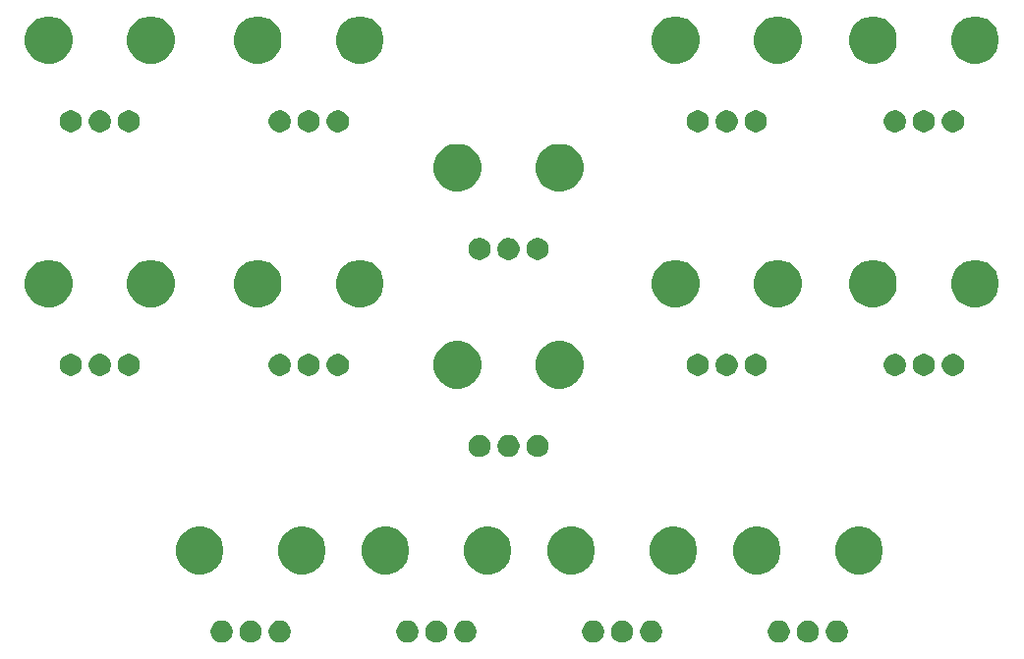
<source format=gbr>
G04 #@! TF.GenerationSoftware,KiCad,Pcbnew,5.0.2-bee76a0~70~ubuntu18.04.1*
G04 #@! TF.CreationDate,2019-12-02T21:24:14-05:00*
G04 #@! TF.ProjectId,control,636f6e74-726f-46c2-9e6b-696361645f70,rev?*
G04 #@! TF.SameCoordinates,Original*
G04 #@! TF.FileFunction,Soldermask,Bot*
G04 #@! TF.FilePolarity,Negative*
%FSLAX46Y46*%
G04 Gerber Fmt 4.6, Leading zero omitted, Abs format (unit mm)*
G04 Created by KiCad (PCBNEW 5.0.2-bee76a0~70~ubuntu18.04.1) date Mon 02 Dec 2019 09:24:14 PM EST*
%MOMM*%
%LPD*%
G01*
G04 APERTURE LIST*
%ADD10C,0.100000*%
G04 APERTURE END LIST*
D10*
G36*
X23577396Y-59085546D02*
X23750466Y-59157234D01*
X23906230Y-59261312D01*
X24038688Y-59393770D01*
X24142766Y-59549534D01*
X24214454Y-59722604D01*
X24251000Y-59906333D01*
X24251000Y-60093667D01*
X24214454Y-60277396D01*
X24142766Y-60450466D01*
X24038688Y-60606230D01*
X23906230Y-60738688D01*
X23750466Y-60842766D01*
X23577396Y-60914454D01*
X23393667Y-60951000D01*
X23206333Y-60951000D01*
X23022604Y-60914454D01*
X22849534Y-60842766D01*
X22693770Y-60738688D01*
X22561312Y-60606230D01*
X22457234Y-60450466D01*
X22385546Y-60277396D01*
X22349000Y-60093667D01*
X22349000Y-59906333D01*
X22385546Y-59722604D01*
X22457234Y-59549534D01*
X22561312Y-59393770D01*
X22693770Y-59261312D01*
X22849534Y-59157234D01*
X23022604Y-59085546D01*
X23206333Y-59049000D01*
X23393667Y-59049000D01*
X23577396Y-59085546D01*
X23577396Y-59085546D01*
G37*
G36*
X26077396Y-59085546D02*
X26250466Y-59157234D01*
X26406230Y-59261312D01*
X26538688Y-59393770D01*
X26642766Y-59549534D01*
X26714454Y-59722604D01*
X26751000Y-59906333D01*
X26751000Y-60093667D01*
X26714454Y-60277396D01*
X26642766Y-60450466D01*
X26538688Y-60606230D01*
X26406230Y-60738688D01*
X26250466Y-60842766D01*
X26077396Y-60914454D01*
X25893667Y-60951000D01*
X25706333Y-60951000D01*
X25522604Y-60914454D01*
X25349534Y-60842766D01*
X25193770Y-60738688D01*
X25061312Y-60606230D01*
X24957234Y-60450466D01*
X24885546Y-60277396D01*
X24849000Y-60093667D01*
X24849000Y-59906333D01*
X24885546Y-59722604D01*
X24957234Y-59549534D01*
X25061312Y-59393770D01*
X25193770Y-59261312D01*
X25349534Y-59157234D01*
X25522604Y-59085546D01*
X25706333Y-59049000D01*
X25893667Y-59049000D01*
X26077396Y-59085546D01*
X26077396Y-59085546D01*
G37*
G36*
X28577396Y-59085546D02*
X28750466Y-59157234D01*
X28906230Y-59261312D01*
X29038688Y-59393770D01*
X29142766Y-59549534D01*
X29214454Y-59722604D01*
X29251000Y-59906333D01*
X29251000Y-60093667D01*
X29214454Y-60277396D01*
X29142766Y-60450466D01*
X29038688Y-60606230D01*
X28906230Y-60738688D01*
X28750466Y-60842766D01*
X28577396Y-60914454D01*
X28393667Y-60951000D01*
X28206333Y-60951000D01*
X28022604Y-60914454D01*
X27849534Y-60842766D01*
X27693770Y-60738688D01*
X27561312Y-60606230D01*
X27457234Y-60450466D01*
X27385546Y-60277396D01*
X27349000Y-60093667D01*
X27349000Y-59906333D01*
X27385546Y-59722604D01*
X27457234Y-59549534D01*
X27561312Y-59393770D01*
X27693770Y-59261312D01*
X27849534Y-59157234D01*
X28022604Y-59085546D01*
X28206333Y-59049000D01*
X28393667Y-59049000D01*
X28577396Y-59085546D01*
X28577396Y-59085546D01*
G37*
G36*
X39577396Y-59085546D02*
X39750466Y-59157234D01*
X39906230Y-59261312D01*
X40038688Y-59393770D01*
X40142766Y-59549534D01*
X40214454Y-59722604D01*
X40251000Y-59906333D01*
X40251000Y-60093667D01*
X40214454Y-60277396D01*
X40142766Y-60450466D01*
X40038688Y-60606230D01*
X39906230Y-60738688D01*
X39750466Y-60842766D01*
X39577396Y-60914454D01*
X39393667Y-60951000D01*
X39206333Y-60951000D01*
X39022604Y-60914454D01*
X38849534Y-60842766D01*
X38693770Y-60738688D01*
X38561312Y-60606230D01*
X38457234Y-60450466D01*
X38385546Y-60277396D01*
X38349000Y-60093667D01*
X38349000Y-59906333D01*
X38385546Y-59722604D01*
X38457234Y-59549534D01*
X38561312Y-59393770D01*
X38693770Y-59261312D01*
X38849534Y-59157234D01*
X39022604Y-59085546D01*
X39206333Y-59049000D01*
X39393667Y-59049000D01*
X39577396Y-59085546D01*
X39577396Y-59085546D01*
G37*
G36*
X42077396Y-59085546D02*
X42250466Y-59157234D01*
X42406230Y-59261312D01*
X42538688Y-59393770D01*
X42642766Y-59549534D01*
X42714454Y-59722604D01*
X42751000Y-59906333D01*
X42751000Y-60093667D01*
X42714454Y-60277396D01*
X42642766Y-60450466D01*
X42538688Y-60606230D01*
X42406230Y-60738688D01*
X42250466Y-60842766D01*
X42077396Y-60914454D01*
X41893667Y-60951000D01*
X41706333Y-60951000D01*
X41522604Y-60914454D01*
X41349534Y-60842766D01*
X41193770Y-60738688D01*
X41061312Y-60606230D01*
X40957234Y-60450466D01*
X40885546Y-60277396D01*
X40849000Y-60093667D01*
X40849000Y-59906333D01*
X40885546Y-59722604D01*
X40957234Y-59549534D01*
X41061312Y-59393770D01*
X41193770Y-59261312D01*
X41349534Y-59157234D01*
X41522604Y-59085546D01*
X41706333Y-59049000D01*
X41893667Y-59049000D01*
X42077396Y-59085546D01*
X42077396Y-59085546D01*
G37*
G36*
X44577396Y-59085546D02*
X44750466Y-59157234D01*
X44906230Y-59261312D01*
X45038688Y-59393770D01*
X45142766Y-59549534D01*
X45214454Y-59722604D01*
X45251000Y-59906333D01*
X45251000Y-60093667D01*
X45214454Y-60277396D01*
X45142766Y-60450466D01*
X45038688Y-60606230D01*
X44906230Y-60738688D01*
X44750466Y-60842766D01*
X44577396Y-60914454D01*
X44393667Y-60951000D01*
X44206333Y-60951000D01*
X44022604Y-60914454D01*
X43849534Y-60842766D01*
X43693770Y-60738688D01*
X43561312Y-60606230D01*
X43457234Y-60450466D01*
X43385546Y-60277396D01*
X43349000Y-60093667D01*
X43349000Y-59906333D01*
X43385546Y-59722604D01*
X43457234Y-59549534D01*
X43561312Y-59393770D01*
X43693770Y-59261312D01*
X43849534Y-59157234D01*
X44022604Y-59085546D01*
X44206333Y-59049000D01*
X44393667Y-59049000D01*
X44577396Y-59085546D01*
X44577396Y-59085546D01*
G37*
G36*
X60577396Y-59085546D02*
X60750466Y-59157234D01*
X60906230Y-59261312D01*
X61038688Y-59393770D01*
X61142766Y-59549534D01*
X61214454Y-59722604D01*
X61251000Y-59906333D01*
X61251000Y-60093667D01*
X61214454Y-60277396D01*
X61142766Y-60450466D01*
X61038688Y-60606230D01*
X60906230Y-60738688D01*
X60750466Y-60842766D01*
X60577396Y-60914454D01*
X60393667Y-60951000D01*
X60206333Y-60951000D01*
X60022604Y-60914454D01*
X59849534Y-60842766D01*
X59693770Y-60738688D01*
X59561312Y-60606230D01*
X59457234Y-60450466D01*
X59385546Y-60277396D01*
X59349000Y-60093667D01*
X59349000Y-59906333D01*
X59385546Y-59722604D01*
X59457234Y-59549534D01*
X59561312Y-59393770D01*
X59693770Y-59261312D01*
X59849534Y-59157234D01*
X60022604Y-59085546D01*
X60206333Y-59049000D01*
X60393667Y-59049000D01*
X60577396Y-59085546D01*
X60577396Y-59085546D01*
G37*
G36*
X58077396Y-59085546D02*
X58250466Y-59157234D01*
X58406230Y-59261312D01*
X58538688Y-59393770D01*
X58642766Y-59549534D01*
X58714454Y-59722604D01*
X58751000Y-59906333D01*
X58751000Y-60093667D01*
X58714454Y-60277396D01*
X58642766Y-60450466D01*
X58538688Y-60606230D01*
X58406230Y-60738688D01*
X58250466Y-60842766D01*
X58077396Y-60914454D01*
X57893667Y-60951000D01*
X57706333Y-60951000D01*
X57522604Y-60914454D01*
X57349534Y-60842766D01*
X57193770Y-60738688D01*
X57061312Y-60606230D01*
X56957234Y-60450466D01*
X56885546Y-60277396D01*
X56849000Y-60093667D01*
X56849000Y-59906333D01*
X56885546Y-59722604D01*
X56957234Y-59549534D01*
X57061312Y-59393770D01*
X57193770Y-59261312D01*
X57349534Y-59157234D01*
X57522604Y-59085546D01*
X57706333Y-59049000D01*
X57893667Y-59049000D01*
X58077396Y-59085546D01*
X58077396Y-59085546D01*
G37*
G36*
X55577396Y-59085546D02*
X55750466Y-59157234D01*
X55906230Y-59261312D01*
X56038688Y-59393770D01*
X56142766Y-59549534D01*
X56214454Y-59722604D01*
X56251000Y-59906333D01*
X56251000Y-60093667D01*
X56214454Y-60277396D01*
X56142766Y-60450466D01*
X56038688Y-60606230D01*
X55906230Y-60738688D01*
X55750466Y-60842766D01*
X55577396Y-60914454D01*
X55393667Y-60951000D01*
X55206333Y-60951000D01*
X55022604Y-60914454D01*
X54849534Y-60842766D01*
X54693770Y-60738688D01*
X54561312Y-60606230D01*
X54457234Y-60450466D01*
X54385546Y-60277396D01*
X54349000Y-60093667D01*
X54349000Y-59906333D01*
X54385546Y-59722604D01*
X54457234Y-59549534D01*
X54561312Y-59393770D01*
X54693770Y-59261312D01*
X54849534Y-59157234D01*
X55022604Y-59085546D01*
X55206333Y-59049000D01*
X55393667Y-59049000D01*
X55577396Y-59085546D01*
X55577396Y-59085546D01*
G37*
G36*
X76577396Y-59085546D02*
X76750466Y-59157234D01*
X76906230Y-59261312D01*
X77038688Y-59393770D01*
X77142766Y-59549534D01*
X77214454Y-59722604D01*
X77251000Y-59906333D01*
X77251000Y-60093667D01*
X77214454Y-60277396D01*
X77142766Y-60450466D01*
X77038688Y-60606230D01*
X76906230Y-60738688D01*
X76750466Y-60842766D01*
X76577396Y-60914454D01*
X76393667Y-60951000D01*
X76206333Y-60951000D01*
X76022604Y-60914454D01*
X75849534Y-60842766D01*
X75693770Y-60738688D01*
X75561312Y-60606230D01*
X75457234Y-60450466D01*
X75385546Y-60277396D01*
X75349000Y-60093667D01*
X75349000Y-59906333D01*
X75385546Y-59722604D01*
X75457234Y-59549534D01*
X75561312Y-59393770D01*
X75693770Y-59261312D01*
X75849534Y-59157234D01*
X76022604Y-59085546D01*
X76206333Y-59049000D01*
X76393667Y-59049000D01*
X76577396Y-59085546D01*
X76577396Y-59085546D01*
G37*
G36*
X71577396Y-59085546D02*
X71750466Y-59157234D01*
X71906230Y-59261312D01*
X72038688Y-59393770D01*
X72142766Y-59549534D01*
X72214454Y-59722604D01*
X72251000Y-59906333D01*
X72251000Y-60093667D01*
X72214454Y-60277396D01*
X72142766Y-60450466D01*
X72038688Y-60606230D01*
X71906230Y-60738688D01*
X71750466Y-60842766D01*
X71577396Y-60914454D01*
X71393667Y-60951000D01*
X71206333Y-60951000D01*
X71022604Y-60914454D01*
X70849534Y-60842766D01*
X70693770Y-60738688D01*
X70561312Y-60606230D01*
X70457234Y-60450466D01*
X70385546Y-60277396D01*
X70349000Y-60093667D01*
X70349000Y-59906333D01*
X70385546Y-59722604D01*
X70457234Y-59549534D01*
X70561312Y-59393770D01*
X70693770Y-59261312D01*
X70849534Y-59157234D01*
X71022604Y-59085546D01*
X71206333Y-59049000D01*
X71393667Y-59049000D01*
X71577396Y-59085546D01*
X71577396Y-59085546D01*
G37*
G36*
X74077396Y-59085546D02*
X74250466Y-59157234D01*
X74406230Y-59261312D01*
X74538688Y-59393770D01*
X74642766Y-59549534D01*
X74714454Y-59722604D01*
X74751000Y-59906333D01*
X74751000Y-60093667D01*
X74714454Y-60277396D01*
X74642766Y-60450466D01*
X74538688Y-60606230D01*
X74406230Y-60738688D01*
X74250466Y-60842766D01*
X74077396Y-60914454D01*
X73893667Y-60951000D01*
X73706333Y-60951000D01*
X73522604Y-60914454D01*
X73349534Y-60842766D01*
X73193770Y-60738688D01*
X73061312Y-60606230D01*
X72957234Y-60450466D01*
X72885546Y-60277396D01*
X72849000Y-60093667D01*
X72849000Y-59906333D01*
X72885546Y-59722604D01*
X72957234Y-59549534D01*
X73061312Y-59393770D01*
X73193770Y-59261312D01*
X73349534Y-59157234D01*
X73522604Y-59085546D01*
X73706333Y-59049000D01*
X73893667Y-59049000D01*
X74077396Y-59085546D01*
X74077396Y-59085546D01*
G37*
G36*
X62798252Y-51027818D02*
X62798254Y-51027819D01*
X62798255Y-51027819D01*
X63171513Y-51182427D01*
X63171514Y-51182428D01*
X63507439Y-51406886D01*
X63793114Y-51692561D01*
X63793116Y-51692564D01*
X64017573Y-52028487D01*
X64172181Y-52401745D01*
X64251000Y-52797994D01*
X64251000Y-53202006D01*
X64172181Y-53598255D01*
X64017573Y-53971513D01*
X64017572Y-53971514D01*
X63793114Y-54307439D01*
X63507439Y-54593114D01*
X63507436Y-54593116D01*
X63171513Y-54817573D01*
X62798255Y-54972181D01*
X62798254Y-54972181D01*
X62798252Y-54972182D01*
X62402007Y-55051000D01*
X61997993Y-55051000D01*
X61601748Y-54972182D01*
X61601746Y-54972181D01*
X61601745Y-54972181D01*
X61228487Y-54817573D01*
X60892564Y-54593116D01*
X60892561Y-54593114D01*
X60606886Y-54307439D01*
X60382428Y-53971514D01*
X60382427Y-53971513D01*
X60227819Y-53598255D01*
X60149000Y-53202006D01*
X60149000Y-52797994D01*
X60227819Y-52401745D01*
X60382427Y-52028487D01*
X60606884Y-51692564D01*
X60606886Y-51692561D01*
X60892561Y-51406886D01*
X61228486Y-51182428D01*
X61228487Y-51182427D01*
X61601745Y-51027819D01*
X61601746Y-51027819D01*
X61601748Y-51027818D01*
X61997993Y-50949000D01*
X62402007Y-50949000D01*
X62798252Y-51027818D01*
X62798252Y-51027818D01*
G37*
G36*
X69998252Y-51027818D02*
X69998254Y-51027819D01*
X69998255Y-51027819D01*
X70371513Y-51182427D01*
X70371514Y-51182428D01*
X70707439Y-51406886D01*
X70993114Y-51692561D01*
X70993116Y-51692564D01*
X71217573Y-52028487D01*
X71372181Y-52401745D01*
X71451000Y-52797994D01*
X71451000Y-53202006D01*
X71372181Y-53598255D01*
X71217573Y-53971513D01*
X71217572Y-53971514D01*
X70993114Y-54307439D01*
X70707439Y-54593114D01*
X70707436Y-54593116D01*
X70371513Y-54817573D01*
X69998255Y-54972181D01*
X69998254Y-54972181D01*
X69998252Y-54972182D01*
X69602007Y-55051000D01*
X69197993Y-55051000D01*
X68801748Y-54972182D01*
X68801746Y-54972181D01*
X68801745Y-54972181D01*
X68428487Y-54817573D01*
X68092564Y-54593116D01*
X68092561Y-54593114D01*
X67806886Y-54307439D01*
X67582428Y-53971514D01*
X67582427Y-53971513D01*
X67427819Y-53598255D01*
X67349000Y-53202006D01*
X67349000Y-52797994D01*
X67427819Y-52401745D01*
X67582427Y-52028487D01*
X67806884Y-51692564D01*
X67806886Y-51692561D01*
X68092561Y-51406886D01*
X68428486Y-51182428D01*
X68428487Y-51182427D01*
X68801745Y-51027819D01*
X68801746Y-51027819D01*
X68801748Y-51027818D01*
X69197993Y-50949000D01*
X69602007Y-50949000D01*
X69998252Y-51027818D01*
X69998252Y-51027818D01*
G37*
G36*
X78798252Y-51027818D02*
X78798254Y-51027819D01*
X78798255Y-51027819D01*
X79171513Y-51182427D01*
X79171514Y-51182428D01*
X79507439Y-51406886D01*
X79793114Y-51692561D01*
X79793116Y-51692564D01*
X80017573Y-52028487D01*
X80172181Y-52401745D01*
X80251000Y-52797994D01*
X80251000Y-53202006D01*
X80172181Y-53598255D01*
X80017573Y-53971513D01*
X80017572Y-53971514D01*
X79793114Y-54307439D01*
X79507439Y-54593114D01*
X79507436Y-54593116D01*
X79171513Y-54817573D01*
X78798255Y-54972181D01*
X78798254Y-54972181D01*
X78798252Y-54972182D01*
X78402007Y-55051000D01*
X77997993Y-55051000D01*
X77601748Y-54972182D01*
X77601746Y-54972181D01*
X77601745Y-54972181D01*
X77228487Y-54817573D01*
X76892564Y-54593116D01*
X76892561Y-54593114D01*
X76606886Y-54307439D01*
X76382428Y-53971514D01*
X76382427Y-53971513D01*
X76227819Y-53598255D01*
X76149000Y-53202006D01*
X76149000Y-52797994D01*
X76227819Y-52401745D01*
X76382427Y-52028487D01*
X76606884Y-51692564D01*
X76606886Y-51692561D01*
X76892561Y-51406886D01*
X77228486Y-51182428D01*
X77228487Y-51182427D01*
X77601745Y-51027819D01*
X77601746Y-51027819D01*
X77601748Y-51027818D01*
X77997993Y-50949000D01*
X78402007Y-50949000D01*
X78798252Y-51027818D01*
X78798252Y-51027818D01*
G37*
G36*
X21998252Y-51027818D02*
X21998254Y-51027819D01*
X21998255Y-51027819D01*
X22371513Y-51182427D01*
X22371514Y-51182428D01*
X22707439Y-51406886D01*
X22993114Y-51692561D01*
X22993116Y-51692564D01*
X23217573Y-52028487D01*
X23372181Y-52401745D01*
X23451000Y-52797994D01*
X23451000Y-53202006D01*
X23372181Y-53598255D01*
X23217573Y-53971513D01*
X23217572Y-53971514D01*
X22993114Y-54307439D01*
X22707439Y-54593114D01*
X22707436Y-54593116D01*
X22371513Y-54817573D01*
X21998255Y-54972181D01*
X21998254Y-54972181D01*
X21998252Y-54972182D01*
X21602007Y-55051000D01*
X21197993Y-55051000D01*
X20801748Y-54972182D01*
X20801746Y-54972181D01*
X20801745Y-54972181D01*
X20428487Y-54817573D01*
X20092564Y-54593116D01*
X20092561Y-54593114D01*
X19806886Y-54307439D01*
X19582428Y-53971514D01*
X19582427Y-53971513D01*
X19427819Y-53598255D01*
X19349000Y-53202006D01*
X19349000Y-52797994D01*
X19427819Y-52401745D01*
X19582427Y-52028487D01*
X19806884Y-51692564D01*
X19806886Y-51692561D01*
X20092561Y-51406886D01*
X20428486Y-51182428D01*
X20428487Y-51182427D01*
X20801745Y-51027819D01*
X20801746Y-51027819D01*
X20801748Y-51027818D01*
X21197993Y-50949000D01*
X21602007Y-50949000D01*
X21998252Y-51027818D01*
X21998252Y-51027818D01*
G37*
G36*
X53998252Y-51027818D02*
X53998254Y-51027819D01*
X53998255Y-51027819D01*
X54371513Y-51182427D01*
X54371514Y-51182428D01*
X54707439Y-51406886D01*
X54993114Y-51692561D01*
X54993116Y-51692564D01*
X55217573Y-52028487D01*
X55372181Y-52401745D01*
X55451000Y-52797994D01*
X55451000Y-53202006D01*
X55372181Y-53598255D01*
X55217573Y-53971513D01*
X55217572Y-53971514D01*
X54993114Y-54307439D01*
X54707439Y-54593114D01*
X54707436Y-54593116D01*
X54371513Y-54817573D01*
X53998255Y-54972181D01*
X53998254Y-54972181D01*
X53998252Y-54972182D01*
X53602007Y-55051000D01*
X53197993Y-55051000D01*
X52801748Y-54972182D01*
X52801746Y-54972181D01*
X52801745Y-54972181D01*
X52428487Y-54817573D01*
X52092564Y-54593116D01*
X52092561Y-54593114D01*
X51806886Y-54307439D01*
X51582428Y-53971514D01*
X51582427Y-53971513D01*
X51427819Y-53598255D01*
X51349000Y-53202006D01*
X51349000Y-52797994D01*
X51427819Y-52401745D01*
X51582427Y-52028487D01*
X51806884Y-51692564D01*
X51806886Y-51692561D01*
X52092561Y-51406886D01*
X52428486Y-51182428D01*
X52428487Y-51182427D01*
X52801745Y-51027819D01*
X52801746Y-51027819D01*
X52801748Y-51027818D01*
X53197993Y-50949000D01*
X53602007Y-50949000D01*
X53998252Y-51027818D01*
X53998252Y-51027818D01*
G37*
G36*
X30798252Y-51027818D02*
X30798254Y-51027819D01*
X30798255Y-51027819D01*
X31171513Y-51182427D01*
X31171514Y-51182428D01*
X31507439Y-51406886D01*
X31793114Y-51692561D01*
X31793116Y-51692564D01*
X32017573Y-52028487D01*
X32172181Y-52401745D01*
X32251000Y-52797994D01*
X32251000Y-53202006D01*
X32172181Y-53598255D01*
X32017573Y-53971513D01*
X32017572Y-53971514D01*
X31793114Y-54307439D01*
X31507439Y-54593114D01*
X31507436Y-54593116D01*
X31171513Y-54817573D01*
X30798255Y-54972181D01*
X30798254Y-54972181D01*
X30798252Y-54972182D01*
X30402007Y-55051000D01*
X29997993Y-55051000D01*
X29601748Y-54972182D01*
X29601746Y-54972181D01*
X29601745Y-54972181D01*
X29228487Y-54817573D01*
X28892564Y-54593116D01*
X28892561Y-54593114D01*
X28606886Y-54307439D01*
X28382428Y-53971514D01*
X28382427Y-53971513D01*
X28227819Y-53598255D01*
X28149000Y-53202006D01*
X28149000Y-52797994D01*
X28227819Y-52401745D01*
X28382427Y-52028487D01*
X28606884Y-51692564D01*
X28606886Y-51692561D01*
X28892561Y-51406886D01*
X29228486Y-51182428D01*
X29228487Y-51182427D01*
X29601745Y-51027819D01*
X29601746Y-51027819D01*
X29601748Y-51027818D01*
X29997993Y-50949000D01*
X30402007Y-50949000D01*
X30798252Y-51027818D01*
X30798252Y-51027818D01*
G37*
G36*
X46798252Y-51027818D02*
X46798254Y-51027819D01*
X46798255Y-51027819D01*
X47171513Y-51182427D01*
X47171514Y-51182428D01*
X47507439Y-51406886D01*
X47793114Y-51692561D01*
X47793116Y-51692564D01*
X48017573Y-52028487D01*
X48172181Y-52401745D01*
X48251000Y-52797994D01*
X48251000Y-53202006D01*
X48172181Y-53598255D01*
X48017573Y-53971513D01*
X48017572Y-53971514D01*
X47793114Y-54307439D01*
X47507439Y-54593114D01*
X47507436Y-54593116D01*
X47171513Y-54817573D01*
X46798255Y-54972181D01*
X46798254Y-54972181D01*
X46798252Y-54972182D01*
X46402007Y-55051000D01*
X45997993Y-55051000D01*
X45601748Y-54972182D01*
X45601746Y-54972181D01*
X45601745Y-54972181D01*
X45228487Y-54817573D01*
X44892564Y-54593116D01*
X44892561Y-54593114D01*
X44606886Y-54307439D01*
X44382428Y-53971514D01*
X44382427Y-53971513D01*
X44227819Y-53598255D01*
X44149000Y-53202006D01*
X44149000Y-52797994D01*
X44227819Y-52401745D01*
X44382427Y-52028487D01*
X44606884Y-51692564D01*
X44606886Y-51692561D01*
X44892561Y-51406886D01*
X45228486Y-51182428D01*
X45228487Y-51182427D01*
X45601745Y-51027819D01*
X45601746Y-51027819D01*
X45601748Y-51027818D01*
X45997993Y-50949000D01*
X46402007Y-50949000D01*
X46798252Y-51027818D01*
X46798252Y-51027818D01*
G37*
G36*
X37998252Y-51027818D02*
X37998254Y-51027819D01*
X37998255Y-51027819D01*
X38371513Y-51182427D01*
X38371514Y-51182428D01*
X38707439Y-51406886D01*
X38993114Y-51692561D01*
X38993116Y-51692564D01*
X39217573Y-52028487D01*
X39372181Y-52401745D01*
X39451000Y-52797994D01*
X39451000Y-53202006D01*
X39372181Y-53598255D01*
X39217573Y-53971513D01*
X39217572Y-53971514D01*
X38993114Y-54307439D01*
X38707439Y-54593114D01*
X38707436Y-54593116D01*
X38371513Y-54817573D01*
X37998255Y-54972181D01*
X37998254Y-54972181D01*
X37998252Y-54972182D01*
X37602007Y-55051000D01*
X37197993Y-55051000D01*
X36801748Y-54972182D01*
X36801746Y-54972181D01*
X36801745Y-54972181D01*
X36428487Y-54817573D01*
X36092564Y-54593116D01*
X36092561Y-54593114D01*
X35806886Y-54307439D01*
X35582428Y-53971514D01*
X35582427Y-53971513D01*
X35427819Y-53598255D01*
X35349000Y-53202006D01*
X35349000Y-52797994D01*
X35427819Y-52401745D01*
X35582427Y-52028487D01*
X35806884Y-51692564D01*
X35806886Y-51692561D01*
X36092561Y-51406886D01*
X36428486Y-51182428D01*
X36428487Y-51182427D01*
X36801745Y-51027819D01*
X36801746Y-51027819D01*
X36801748Y-51027818D01*
X37197993Y-50949000D01*
X37602007Y-50949000D01*
X37998252Y-51027818D01*
X37998252Y-51027818D01*
G37*
G36*
X50777396Y-43085546D02*
X50950466Y-43157234D01*
X51106230Y-43261312D01*
X51238688Y-43393770D01*
X51342766Y-43549534D01*
X51414454Y-43722604D01*
X51451000Y-43906333D01*
X51451000Y-44093667D01*
X51414454Y-44277396D01*
X51342766Y-44450466D01*
X51238688Y-44606230D01*
X51106230Y-44738688D01*
X50950466Y-44842766D01*
X50777396Y-44914454D01*
X50593667Y-44951000D01*
X50406333Y-44951000D01*
X50222604Y-44914454D01*
X50049534Y-44842766D01*
X49893770Y-44738688D01*
X49761312Y-44606230D01*
X49657234Y-44450466D01*
X49585546Y-44277396D01*
X49549000Y-44093667D01*
X49549000Y-43906333D01*
X49585546Y-43722604D01*
X49657234Y-43549534D01*
X49761312Y-43393770D01*
X49893770Y-43261312D01*
X50049534Y-43157234D01*
X50222604Y-43085546D01*
X50406333Y-43049000D01*
X50593667Y-43049000D01*
X50777396Y-43085546D01*
X50777396Y-43085546D01*
G37*
G36*
X48277396Y-43085546D02*
X48450466Y-43157234D01*
X48606230Y-43261312D01*
X48738688Y-43393770D01*
X48842766Y-43549534D01*
X48914454Y-43722604D01*
X48951000Y-43906333D01*
X48951000Y-44093667D01*
X48914454Y-44277396D01*
X48842766Y-44450466D01*
X48738688Y-44606230D01*
X48606230Y-44738688D01*
X48450466Y-44842766D01*
X48277396Y-44914454D01*
X48093667Y-44951000D01*
X47906333Y-44951000D01*
X47722604Y-44914454D01*
X47549534Y-44842766D01*
X47393770Y-44738688D01*
X47261312Y-44606230D01*
X47157234Y-44450466D01*
X47085546Y-44277396D01*
X47049000Y-44093667D01*
X47049000Y-43906333D01*
X47085546Y-43722604D01*
X47157234Y-43549534D01*
X47261312Y-43393770D01*
X47393770Y-43261312D01*
X47549534Y-43157234D01*
X47722604Y-43085546D01*
X47906333Y-43049000D01*
X48093667Y-43049000D01*
X48277396Y-43085546D01*
X48277396Y-43085546D01*
G37*
G36*
X45777396Y-43085546D02*
X45950466Y-43157234D01*
X46106230Y-43261312D01*
X46238688Y-43393770D01*
X46342766Y-43549534D01*
X46414454Y-43722604D01*
X46451000Y-43906333D01*
X46451000Y-44093667D01*
X46414454Y-44277396D01*
X46342766Y-44450466D01*
X46238688Y-44606230D01*
X46106230Y-44738688D01*
X45950466Y-44842766D01*
X45777396Y-44914454D01*
X45593667Y-44951000D01*
X45406333Y-44951000D01*
X45222604Y-44914454D01*
X45049534Y-44842766D01*
X44893770Y-44738688D01*
X44761312Y-44606230D01*
X44657234Y-44450466D01*
X44585546Y-44277396D01*
X44549000Y-44093667D01*
X44549000Y-43906333D01*
X44585546Y-43722604D01*
X44657234Y-43549534D01*
X44761312Y-43393770D01*
X44893770Y-43261312D01*
X45049534Y-43157234D01*
X45222604Y-43085546D01*
X45406333Y-43049000D01*
X45593667Y-43049000D01*
X45777396Y-43085546D01*
X45777396Y-43085546D01*
G37*
G36*
X52998252Y-35027818D02*
X52998254Y-35027819D01*
X52998255Y-35027819D01*
X53371513Y-35182427D01*
X53371514Y-35182428D01*
X53707439Y-35406886D01*
X53993114Y-35692561D01*
X53993116Y-35692564D01*
X54217573Y-36028487D01*
X54372181Y-36401745D01*
X54451000Y-36797994D01*
X54451000Y-37202006D01*
X54372181Y-37598255D01*
X54217573Y-37971513D01*
X54217572Y-37971514D01*
X53993114Y-38307439D01*
X53707439Y-38593114D01*
X53707436Y-38593116D01*
X53371513Y-38817573D01*
X52998255Y-38972181D01*
X52998254Y-38972181D01*
X52998252Y-38972182D01*
X52602007Y-39051000D01*
X52197993Y-39051000D01*
X51801748Y-38972182D01*
X51801746Y-38972181D01*
X51801745Y-38972181D01*
X51428487Y-38817573D01*
X51092564Y-38593116D01*
X51092561Y-38593114D01*
X50806886Y-38307439D01*
X50582428Y-37971514D01*
X50582427Y-37971513D01*
X50427819Y-37598255D01*
X50349000Y-37202006D01*
X50349000Y-36797994D01*
X50427819Y-36401745D01*
X50582427Y-36028487D01*
X50806884Y-35692564D01*
X50806886Y-35692561D01*
X51092561Y-35406886D01*
X51428486Y-35182428D01*
X51428487Y-35182427D01*
X51801745Y-35027819D01*
X51801746Y-35027819D01*
X51801748Y-35027818D01*
X52197993Y-34949000D01*
X52602007Y-34949000D01*
X52998252Y-35027818D01*
X52998252Y-35027818D01*
G37*
G36*
X44198252Y-35027818D02*
X44198254Y-35027819D01*
X44198255Y-35027819D01*
X44571513Y-35182427D01*
X44571514Y-35182428D01*
X44907439Y-35406886D01*
X45193114Y-35692561D01*
X45193116Y-35692564D01*
X45417573Y-36028487D01*
X45572181Y-36401745D01*
X45651000Y-36797994D01*
X45651000Y-37202006D01*
X45572181Y-37598255D01*
X45417573Y-37971513D01*
X45417572Y-37971514D01*
X45193114Y-38307439D01*
X44907439Y-38593114D01*
X44907436Y-38593116D01*
X44571513Y-38817573D01*
X44198255Y-38972181D01*
X44198254Y-38972181D01*
X44198252Y-38972182D01*
X43802007Y-39051000D01*
X43397993Y-39051000D01*
X43001748Y-38972182D01*
X43001746Y-38972181D01*
X43001745Y-38972181D01*
X42628487Y-38817573D01*
X42292564Y-38593116D01*
X42292561Y-38593114D01*
X42006886Y-38307439D01*
X41782428Y-37971514D01*
X41782427Y-37971513D01*
X41627819Y-37598255D01*
X41549000Y-37202006D01*
X41549000Y-36797994D01*
X41627819Y-36401745D01*
X41782427Y-36028487D01*
X42006884Y-35692564D01*
X42006886Y-35692561D01*
X42292561Y-35406886D01*
X42628486Y-35182428D01*
X42628487Y-35182427D01*
X43001745Y-35027819D01*
X43001746Y-35027819D01*
X43001748Y-35027818D01*
X43397993Y-34949000D01*
X43802007Y-34949000D01*
X44198252Y-35027818D01*
X44198252Y-35027818D01*
G37*
G36*
X84077396Y-36085546D02*
X84250466Y-36157234D01*
X84406230Y-36261312D01*
X84538688Y-36393770D01*
X84642766Y-36549534D01*
X84714454Y-36722604D01*
X84751000Y-36906333D01*
X84751000Y-37093667D01*
X84714454Y-37277396D01*
X84642766Y-37450466D01*
X84538688Y-37606230D01*
X84406230Y-37738688D01*
X84250466Y-37842766D01*
X84077396Y-37914454D01*
X83893667Y-37951000D01*
X83706333Y-37951000D01*
X83522604Y-37914454D01*
X83349534Y-37842766D01*
X83193770Y-37738688D01*
X83061312Y-37606230D01*
X82957234Y-37450466D01*
X82885546Y-37277396D01*
X82849000Y-37093667D01*
X82849000Y-36906333D01*
X82885546Y-36722604D01*
X82957234Y-36549534D01*
X83061312Y-36393770D01*
X83193770Y-36261312D01*
X83349534Y-36157234D01*
X83522604Y-36085546D01*
X83706333Y-36049000D01*
X83893667Y-36049000D01*
X84077396Y-36085546D01*
X84077396Y-36085546D01*
G37*
G36*
X86577396Y-36085546D02*
X86750466Y-36157234D01*
X86906230Y-36261312D01*
X87038688Y-36393770D01*
X87142766Y-36549534D01*
X87214454Y-36722604D01*
X87251000Y-36906333D01*
X87251000Y-37093667D01*
X87214454Y-37277396D01*
X87142766Y-37450466D01*
X87038688Y-37606230D01*
X86906230Y-37738688D01*
X86750466Y-37842766D01*
X86577396Y-37914454D01*
X86393667Y-37951000D01*
X86206333Y-37951000D01*
X86022604Y-37914454D01*
X85849534Y-37842766D01*
X85693770Y-37738688D01*
X85561312Y-37606230D01*
X85457234Y-37450466D01*
X85385546Y-37277396D01*
X85349000Y-37093667D01*
X85349000Y-36906333D01*
X85385546Y-36722604D01*
X85457234Y-36549534D01*
X85561312Y-36393770D01*
X85693770Y-36261312D01*
X85849534Y-36157234D01*
X86022604Y-36085546D01*
X86206333Y-36049000D01*
X86393667Y-36049000D01*
X86577396Y-36085546D01*
X86577396Y-36085546D01*
G37*
G36*
X81577396Y-36085546D02*
X81750466Y-36157234D01*
X81906230Y-36261312D01*
X82038688Y-36393770D01*
X82142766Y-36549534D01*
X82214454Y-36722604D01*
X82251000Y-36906333D01*
X82251000Y-37093667D01*
X82214454Y-37277396D01*
X82142766Y-37450466D01*
X82038688Y-37606230D01*
X81906230Y-37738688D01*
X81750466Y-37842766D01*
X81577396Y-37914454D01*
X81393667Y-37951000D01*
X81206333Y-37951000D01*
X81022604Y-37914454D01*
X80849534Y-37842766D01*
X80693770Y-37738688D01*
X80561312Y-37606230D01*
X80457234Y-37450466D01*
X80385546Y-37277396D01*
X80349000Y-37093667D01*
X80349000Y-36906333D01*
X80385546Y-36722604D01*
X80457234Y-36549534D01*
X80561312Y-36393770D01*
X80693770Y-36261312D01*
X80849534Y-36157234D01*
X81022604Y-36085546D01*
X81206333Y-36049000D01*
X81393667Y-36049000D01*
X81577396Y-36085546D01*
X81577396Y-36085546D01*
G37*
G36*
X69577396Y-36085546D02*
X69750466Y-36157234D01*
X69906230Y-36261312D01*
X70038688Y-36393770D01*
X70142766Y-36549534D01*
X70214454Y-36722604D01*
X70251000Y-36906333D01*
X70251000Y-37093667D01*
X70214454Y-37277396D01*
X70142766Y-37450466D01*
X70038688Y-37606230D01*
X69906230Y-37738688D01*
X69750466Y-37842766D01*
X69577396Y-37914454D01*
X69393667Y-37951000D01*
X69206333Y-37951000D01*
X69022604Y-37914454D01*
X68849534Y-37842766D01*
X68693770Y-37738688D01*
X68561312Y-37606230D01*
X68457234Y-37450466D01*
X68385546Y-37277396D01*
X68349000Y-37093667D01*
X68349000Y-36906333D01*
X68385546Y-36722604D01*
X68457234Y-36549534D01*
X68561312Y-36393770D01*
X68693770Y-36261312D01*
X68849534Y-36157234D01*
X69022604Y-36085546D01*
X69206333Y-36049000D01*
X69393667Y-36049000D01*
X69577396Y-36085546D01*
X69577396Y-36085546D01*
G37*
G36*
X67077396Y-36085546D02*
X67250466Y-36157234D01*
X67406230Y-36261312D01*
X67538688Y-36393770D01*
X67642766Y-36549534D01*
X67714454Y-36722604D01*
X67751000Y-36906333D01*
X67751000Y-37093667D01*
X67714454Y-37277396D01*
X67642766Y-37450466D01*
X67538688Y-37606230D01*
X67406230Y-37738688D01*
X67250466Y-37842766D01*
X67077396Y-37914454D01*
X66893667Y-37951000D01*
X66706333Y-37951000D01*
X66522604Y-37914454D01*
X66349534Y-37842766D01*
X66193770Y-37738688D01*
X66061312Y-37606230D01*
X65957234Y-37450466D01*
X65885546Y-37277396D01*
X65849000Y-37093667D01*
X65849000Y-36906333D01*
X65885546Y-36722604D01*
X65957234Y-36549534D01*
X66061312Y-36393770D01*
X66193770Y-36261312D01*
X66349534Y-36157234D01*
X66522604Y-36085546D01*
X66706333Y-36049000D01*
X66893667Y-36049000D01*
X67077396Y-36085546D01*
X67077396Y-36085546D01*
G37*
G36*
X64577396Y-36085546D02*
X64750466Y-36157234D01*
X64906230Y-36261312D01*
X65038688Y-36393770D01*
X65142766Y-36549534D01*
X65214454Y-36722604D01*
X65251000Y-36906333D01*
X65251000Y-37093667D01*
X65214454Y-37277396D01*
X65142766Y-37450466D01*
X65038688Y-37606230D01*
X64906230Y-37738688D01*
X64750466Y-37842766D01*
X64577396Y-37914454D01*
X64393667Y-37951000D01*
X64206333Y-37951000D01*
X64022604Y-37914454D01*
X63849534Y-37842766D01*
X63693770Y-37738688D01*
X63561312Y-37606230D01*
X63457234Y-37450466D01*
X63385546Y-37277396D01*
X63349000Y-37093667D01*
X63349000Y-36906333D01*
X63385546Y-36722604D01*
X63457234Y-36549534D01*
X63561312Y-36393770D01*
X63693770Y-36261312D01*
X63849534Y-36157234D01*
X64022604Y-36085546D01*
X64206333Y-36049000D01*
X64393667Y-36049000D01*
X64577396Y-36085546D01*
X64577396Y-36085546D01*
G37*
G36*
X31077396Y-36085546D02*
X31250466Y-36157234D01*
X31406230Y-36261312D01*
X31538688Y-36393770D01*
X31642766Y-36549534D01*
X31714454Y-36722604D01*
X31751000Y-36906333D01*
X31751000Y-37093667D01*
X31714454Y-37277396D01*
X31642766Y-37450466D01*
X31538688Y-37606230D01*
X31406230Y-37738688D01*
X31250466Y-37842766D01*
X31077396Y-37914454D01*
X30893667Y-37951000D01*
X30706333Y-37951000D01*
X30522604Y-37914454D01*
X30349534Y-37842766D01*
X30193770Y-37738688D01*
X30061312Y-37606230D01*
X29957234Y-37450466D01*
X29885546Y-37277396D01*
X29849000Y-37093667D01*
X29849000Y-36906333D01*
X29885546Y-36722604D01*
X29957234Y-36549534D01*
X30061312Y-36393770D01*
X30193770Y-36261312D01*
X30349534Y-36157234D01*
X30522604Y-36085546D01*
X30706333Y-36049000D01*
X30893667Y-36049000D01*
X31077396Y-36085546D01*
X31077396Y-36085546D01*
G37*
G36*
X13077396Y-36085546D02*
X13250466Y-36157234D01*
X13406230Y-36261312D01*
X13538688Y-36393770D01*
X13642766Y-36549534D01*
X13714454Y-36722604D01*
X13751000Y-36906333D01*
X13751000Y-37093667D01*
X13714454Y-37277396D01*
X13642766Y-37450466D01*
X13538688Y-37606230D01*
X13406230Y-37738688D01*
X13250466Y-37842766D01*
X13077396Y-37914454D01*
X12893667Y-37951000D01*
X12706333Y-37951000D01*
X12522604Y-37914454D01*
X12349534Y-37842766D01*
X12193770Y-37738688D01*
X12061312Y-37606230D01*
X11957234Y-37450466D01*
X11885546Y-37277396D01*
X11849000Y-37093667D01*
X11849000Y-36906333D01*
X11885546Y-36722604D01*
X11957234Y-36549534D01*
X12061312Y-36393770D01*
X12193770Y-36261312D01*
X12349534Y-36157234D01*
X12522604Y-36085546D01*
X12706333Y-36049000D01*
X12893667Y-36049000D01*
X13077396Y-36085546D01*
X13077396Y-36085546D01*
G37*
G36*
X28577396Y-36085546D02*
X28750466Y-36157234D01*
X28906230Y-36261312D01*
X29038688Y-36393770D01*
X29142766Y-36549534D01*
X29214454Y-36722604D01*
X29251000Y-36906333D01*
X29251000Y-37093667D01*
X29214454Y-37277396D01*
X29142766Y-37450466D01*
X29038688Y-37606230D01*
X28906230Y-37738688D01*
X28750466Y-37842766D01*
X28577396Y-37914454D01*
X28393667Y-37951000D01*
X28206333Y-37951000D01*
X28022604Y-37914454D01*
X27849534Y-37842766D01*
X27693770Y-37738688D01*
X27561312Y-37606230D01*
X27457234Y-37450466D01*
X27385546Y-37277396D01*
X27349000Y-37093667D01*
X27349000Y-36906333D01*
X27385546Y-36722604D01*
X27457234Y-36549534D01*
X27561312Y-36393770D01*
X27693770Y-36261312D01*
X27849534Y-36157234D01*
X28022604Y-36085546D01*
X28206333Y-36049000D01*
X28393667Y-36049000D01*
X28577396Y-36085546D01*
X28577396Y-36085546D01*
G37*
G36*
X15577396Y-36085546D02*
X15750466Y-36157234D01*
X15906230Y-36261312D01*
X16038688Y-36393770D01*
X16142766Y-36549534D01*
X16214454Y-36722604D01*
X16251000Y-36906333D01*
X16251000Y-37093667D01*
X16214454Y-37277396D01*
X16142766Y-37450466D01*
X16038688Y-37606230D01*
X15906230Y-37738688D01*
X15750466Y-37842766D01*
X15577396Y-37914454D01*
X15393667Y-37951000D01*
X15206333Y-37951000D01*
X15022604Y-37914454D01*
X14849534Y-37842766D01*
X14693770Y-37738688D01*
X14561312Y-37606230D01*
X14457234Y-37450466D01*
X14385546Y-37277396D01*
X14349000Y-37093667D01*
X14349000Y-36906333D01*
X14385546Y-36722604D01*
X14457234Y-36549534D01*
X14561312Y-36393770D01*
X14693770Y-36261312D01*
X14849534Y-36157234D01*
X15022604Y-36085546D01*
X15206333Y-36049000D01*
X15393667Y-36049000D01*
X15577396Y-36085546D01*
X15577396Y-36085546D01*
G37*
G36*
X10577396Y-36085546D02*
X10750466Y-36157234D01*
X10906230Y-36261312D01*
X11038688Y-36393770D01*
X11142766Y-36549534D01*
X11214454Y-36722604D01*
X11251000Y-36906333D01*
X11251000Y-37093667D01*
X11214454Y-37277396D01*
X11142766Y-37450466D01*
X11038688Y-37606230D01*
X10906230Y-37738688D01*
X10750466Y-37842766D01*
X10577396Y-37914454D01*
X10393667Y-37951000D01*
X10206333Y-37951000D01*
X10022604Y-37914454D01*
X9849534Y-37842766D01*
X9693770Y-37738688D01*
X9561312Y-37606230D01*
X9457234Y-37450466D01*
X9385546Y-37277396D01*
X9349000Y-37093667D01*
X9349000Y-36906333D01*
X9385546Y-36722604D01*
X9457234Y-36549534D01*
X9561312Y-36393770D01*
X9693770Y-36261312D01*
X9849534Y-36157234D01*
X10022604Y-36085546D01*
X10206333Y-36049000D01*
X10393667Y-36049000D01*
X10577396Y-36085546D01*
X10577396Y-36085546D01*
G37*
G36*
X33577396Y-36085546D02*
X33750466Y-36157234D01*
X33906230Y-36261312D01*
X34038688Y-36393770D01*
X34142766Y-36549534D01*
X34214454Y-36722604D01*
X34251000Y-36906333D01*
X34251000Y-37093667D01*
X34214454Y-37277396D01*
X34142766Y-37450466D01*
X34038688Y-37606230D01*
X33906230Y-37738688D01*
X33750466Y-37842766D01*
X33577396Y-37914454D01*
X33393667Y-37951000D01*
X33206333Y-37951000D01*
X33022604Y-37914454D01*
X32849534Y-37842766D01*
X32693770Y-37738688D01*
X32561312Y-37606230D01*
X32457234Y-37450466D01*
X32385546Y-37277396D01*
X32349000Y-37093667D01*
X32349000Y-36906333D01*
X32385546Y-36722604D01*
X32457234Y-36549534D01*
X32561312Y-36393770D01*
X32693770Y-36261312D01*
X32849534Y-36157234D01*
X33022604Y-36085546D01*
X33206333Y-36049000D01*
X33393667Y-36049000D01*
X33577396Y-36085546D01*
X33577396Y-36085546D01*
G37*
G36*
X62998252Y-28027818D02*
X62998254Y-28027819D01*
X62998255Y-28027819D01*
X63371513Y-28182427D01*
X63371514Y-28182428D01*
X63707439Y-28406886D01*
X63993114Y-28692561D01*
X63993116Y-28692564D01*
X64217573Y-29028487D01*
X64372181Y-29401745D01*
X64451000Y-29797994D01*
X64451000Y-30202006D01*
X64372181Y-30598255D01*
X64217573Y-30971513D01*
X64217572Y-30971514D01*
X63993114Y-31307439D01*
X63707439Y-31593114D01*
X63707436Y-31593116D01*
X63371513Y-31817573D01*
X62998255Y-31972181D01*
X62998254Y-31972181D01*
X62998252Y-31972182D01*
X62602007Y-32051000D01*
X62197993Y-32051000D01*
X61801748Y-31972182D01*
X61801746Y-31972181D01*
X61801745Y-31972181D01*
X61428487Y-31817573D01*
X61092564Y-31593116D01*
X61092561Y-31593114D01*
X60806886Y-31307439D01*
X60582428Y-30971514D01*
X60582427Y-30971513D01*
X60427819Y-30598255D01*
X60349000Y-30202006D01*
X60349000Y-29797994D01*
X60427819Y-29401745D01*
X60582427Y-29028487D01*
X60806884Y-28692564D01*
X60806886Y-28692561D01*
X61092561Y-28406886D01*
X61428486Y-28182428D01*
X61428487Y-28182427D01*
X61801745Y-28027819D01*
X61801746Y-28027819D01*
X61801748Y-28027818D01*
X62197993Y-27949000D01*
X62602007Y-27949000D01*
X62998252Y-28027818D01*
X62998252Y-28027818D01*
G37*
G36*
X17798252Y-28027818D02*
X17798254Y-28027819D01*
X17798255Y-28027819D01*
X18171513Y-28182427D01*
X18171514Y-28182428D01*
X18507439Y-28406886D01*
X18793114Y-28692561D01*
X18793116Y-28692564D01*
X19017573Y-29028487D01*
X19172181Y-29401745D01*
X19251000Y-29797994D01*
X19251000Y-30202006D01*
X19172181Y-30598255D01*
X19017573Y-30971513D01*
X19017572Y-30971514D01*
X18793114Y-31307439D01*
X18507439Y-31593114D01*
X18507436Y-31593116D01*
X18171513Y-31817573D01*
X17798255Y-31972181D01*
X17798254Y-31972181D01*
X17798252Y-31972182D01*
X17402007Y-32051000D01*
X16997993Y-32051000D01*
X16601748Y-31972182D01*
X16601746Y-31972181D01*
X16601745Y-31972181D01*
X16228487Y-31817573D01*
X15892564Y-31593116D01*
X15892561Y-31593114D01*
X15606886Y-31307439D01*
X15382428Y-30971514D01*
X15382427Y-30971513D01*
X15227819Y-30598255D01*
X15149000Y-30202006D01*
X15149000Y-29797994D01*
X15227819Y-29401745D01*
X15382427Y-29028487D01*
X15606884Y-28692564D01*
X15606886Y-28692561D01*
X15892561Y-28406886D01*
X16228486Y-28182428D01*
X16228487Y-28182427D01*
X16601745Y-28027819D01*
X16601746Y-28027819D01*
X16601748Y-28027818D01*
X16997993Y-27949000D01*
X17402007Y-27949000D01*
X17798252Y-28027818D01*
X17798252Y-28027818D01*
G37*
G36*
X71798252Y-28027818D02*
X71798254Y-28027819D01*
X71798255Y-28027819D01*
X72171513Y-28182427D01*
X72171514Y-28182428D01*
X72507439Y-28406886D01*
X72793114Y-28692561D01*
X72793116Y-28692564D01*
X73017573Y-29028487D01*
X73172181Y-29401745D01*
X73251000Y-29797994D01*
X73251000Y-30202006D01*
X73172181Y-30598255D01*
X73017573Y-30971513D01*
X73017572Y-30971514D01*
X72793114Y-31307439D01*
X72507439Y-31593114D01*
X72507436Y-31593116D01*
X72171513Y-31817573D01*
X71798255Y-31972181D01*
X71798254Y-31972181D01*
X71798252Y-31972182D01*
X71402007Y-32051000D01*
X70997993Y-32051000D01*
X70601748Y-31972182D01*
X70601746Y-31972181D01*
X70601745Y-31972181D01*
X70228487Y-31817573D01*
X69892564Y-31593116D01*
X69892561Y-31593114D01*
X69606886Y-31307439D01*
X69382428Y-30971514D01*
X69382427Y-30971513D01*
X69227819Y-30598255D01*
X69149000Y-30202006D01*
X69149000Y-29797994D01*
X69227819Y-29401745D01*
X69382427Y-29028487D01*
X69606884Y-28692564D01*
X69606886Y-28692561D01*
X69892561Y-28406886D01*
X70228486Y-28182428D01*
X70228487Y-28182427D01*
X70601745Y-28027819D01*
X70601746Y-28027819D01*
X70601748Y-28027818D01*
X70997993Y-27949000D01*
X71402007Y-27949000D01*
X71798252Y-28027818D01*
X71798252Y-28027818D01*
G37*
G36*
X35798252Y-28027818D02*
X35798254Y-28027819D01*
X35798255Y-28027819D01*
X36171513Y-28182427D01*
X36171514Y-28182428D01*
X36507439Y-28406886D01*
X36793114Y-28692561D01*
X36793116Y-28692564D01*
X37017573Y-29028487D01*
X37172181Y-29401745D01*
X37251000Y-29797994D01*
X37251000Y-30202006D01*
X37172181Y-30598255D01*
X37017573Y-30971513D01*
X37017572Y-30971514D01*
X36793114Y-31307439D01*
X36507439Y-31593114D01*
X36507436Y-31593116D01*
X36171513Y-31817573D01*
X35798255Y-31972181D01*
X35798254Y-31972181D01*
X35798252Y-31972182D01*
X35402007Y-32051000D01*
X34997993Y-32051000D01*
X34601748Y-31972182D01*
X34601746Y-31972181D01*
X34601745Y-31972181D01*
X34228487Y-31817573D01*
X33892564Y-31593116D01*
X33892561Y-31593114D01*
X33606886Y-31307439D01*
X33382428Y-30971514D01*
X33382427Y-30971513D01*
X33227819Y-30598255D01*
X33149000Y-30202006D01*
X33149000Y-29797994D01*
X33227819Y-29401745D01*
X33382427Y-29028487D01*
X33606884Y-28692564D01*
X33606886Y-28692561D01*
X33892561Y-28406886D01*
X34228486Y-28182428D01*
X34228487Y-28182427D01*
X34601745Y-28027819D01*
X34601746Y-28027819D01*
X34601748Y-28027818D01*
X34997993Y-27949000D01*
X35402007Y-27949000D01*
X35798252Y-28027818D01*
X35798252Y-28027818D01*
G37*
G36*
X88798252Y-28027818D02*
X88798254Y-28027819D01*
X88798255Y-28027819D01*
X89171513Y-28182427D01*
X89171514Y-28182428D01*
X89507439Y-28406886D01*
X89793114Y-28692561D01*
X89793116Y-28692564D01*
X90017573Y-29028487D01*
X90172181Y-29401745D01*
X90251000Y-29797994D01*
X90251000Y-30202006D01*
X90172181Y-30598255D01*
X90017573Y-30971513D01*
X90017572Y-30971514D01*
X89793114Y-31307439D01*
X89507439Y-31593114D01*
X89507436Y-31593116D01*
X89171513Y-31817573D01*
X88798255Y-31972181D01*
X88798254Y-31972181D01*
X88798252Y-31972182D01*
X88402007Y-32051000D01*
X87997993Y-32051000D01*
X87601748Y-31972182D01*
X87601746Y-31972181D01*
X87601745Y-31972181D01*
X87228487Y-31817573D01*
X86892564Y-31593116D01*
X86892561Y-31593114D01*
X86606886Y-31307439D01*
X86382428Y-30971514D01*
X86382427Y-30971513D01*
X86227819Y-30598255D01*
X86149000Y-30202006D01*
X86149000Y-29797994D01*
X86227819Y-29401745D01*
X86382427Y-29028487D01*
X86606884Y-28692564D01*
X86606886Y-28692561D01*
X86892561Y-28406886D01*
X87228486Y-28182428D01*
X87228487Y-28182427D01*
X87601745Y-28027819D01*
X87601746Y-28027819D01*
X87601748Y-28027818D01*
X87997993Y-27949000D01*
X88402007Y-27949000D01*
X88798252Y-28027818D01*
X88798252Y-28027818D01*
G37*
G36*
X79998252Y-28027818D02*
X79998254Y-28027819D01*
X79998255Y-28027819D01*
X80371513Y-28182427D01*
X80371514Y-28182428D01*
X80707439Y-28406886D01*
X80993114Y-28692561D01*
X80993116Y-28692564D01*
X81217573Y-29028487D01*
X81372181Y-29401745D01*
X81451000Y-29797994D01*
X81451000Y-30202006D01*
X81372181Y-30598255D01*
X81217573Y-30971513D01*
X81217572Y-30971514D01*
X80993114Y-31307439D01*
X80707439Y-31593114D01*
X80707436Y-31593116D01*
X80371513Y-31817573D01*
X79998255Y-31972181D01*
X79998254Y-31972181D01*
X79998252Y-31972182D01*
X79602007Y-32051000D01*
X79197993Y-32051000D01*
X78801748Y-31972182D01*
X78801746Y-31972181D01*
X78801745Y-31972181D01*
X78428487Y-31817573D01*
X78092564Y-31593116D01*
X78092561Y-31593114D01*
X77806886Y-31307439D01*
X77582428Y-30971514D01*
X77582427Y-30971513D01*
X77427819Y-30598255D01*
X77349000Y-30202006D01*
X77349000Y-29797994D01*
X77427819Y-29401745D01*
X77582427Y-29028487D01*
X77806884Y-28692564D01*
X77806886Y-28692561D01*
X78092561Y-28406886D01*
X78428486Y-28182428D01*
X78428487Y-28182427D01*
X78801745Y-28027819D01*
X78801746Y-28027819D01*
X78801748Y-28027818D01*
X79197993Y-27949000D01*
X79602007Y-27949000D01*
X79998252Y-28027818D01*
X79998252Y-28027818D01*
G37*
G36*
X8998252Y-28027818D02*
X8998254Y-28027819D01*
X8998255Y-28027819D01*
X9371513Y-28182427D01*
X9371514Y-28182428D01*
X9707439Y-28406886D01*
X9993114Y-28692561D01*
X9993116Y-28692564D01*
X10217573Y-29028487D01*
X10372181Y-29401745D01*
X10451000Y-29797994D01*
X10451000Y-30202006D01*
X10372181Y-30598255D01*
X10217573Y-30971513D01*
X10217572Y-30971514D01*
X9993114Y-31307439D01*
X9707439Y-31593114D01*
X9707436Y-31593116D01*
X9371513Y-31817573D01*
X8998255Y-31972181D01*
X8998254Y-31972181D01*
X8998252Y-31972182D01*
X8602007Y-32051000D01*
X8197993Y-32051000D01*
X7801748Y-31972182D01*
X7801746Y-31972181D01*
X7801745Y-31972181D01*
X7428487Y-31817573D01*
X7092564Y-31593116D01*
X7092561Y-31593114D01*
X6806886Y-31307439D01*
X6582428Y-30971514D01*
X6582427Y-30971513D01*
X6427819Y-30598255D01*
X6349000Y-30202006D01*
X6349000Y-29797994D01*
X6427819Y-29401745D01*
X6582427Y-29028487D01*
X6806884Y-28692564D01*
X6806886Y-28692561D01*
X7092561Y-28406886D01*
X7428486Y-28182428D01*
X7428487Y-28182427D01*
X7801745Y-28027819D01*
X7801746Y-28027819D01*
X7801748Y-28027818D01*
X8197993Y-27949000D01*
X8602007Y-27949000D01*
X8998252Y-28027818D01*
X8998252Y-28027818D01*
G37*
G36*
X26998252Y-28027818D02*
X26998254Y-28027819D01*
X26998255Y-28027819D01*
X27371513Y-28182427D01*
X27371514Y-28182428D01*
X27707439Y-28406886D01*
X27993114Y-28692561D01*
X27993116Y-28692564D01*
X28217573Y-29028487D01*
X28372181Y-29401745D01*
X28451000Y-29797994D01*
X28451000Y-30202006D01*
X28372181Y-30598255D01*
X28217573Y-30971513D01*
X28217572Y-30971514D01*
X27993114Y-31307439D01*
X27707439Y-31593114D01*
X27707436Y-31593116D01*
X27371513Y-31817573D01*
X26998255Y-31972181D01*
X26998254Y-31972181D01*
X26998252Y-31972182D01*
X26602007Y-32051000D01*
X26197993Y-32051000D01*
X25801748Y-31972182D01*
X25801746Y-31972181D01*
X25801745Y-31972181D01*
X25428487Y-31817573D01*
X25092564Y-31593116D01*
X25092561Y-31593114D01*
X24806886Y-31307439D01*
X24582428Y-30971514D01*
X24582427Y-30971513D01*
X24427819Y-30598255D01*
X24349000Y-30202006D01*
X24349000Y-29797994D01*
X24427819Y-29401745D01*
X24582427Y-29028487D01*
X24806884Y-28692564D01*
X24806886Y-28692561D01*
X25092561Y-28406886D01*
X25428486Y-28182428D01*
X25428487Y-28182427D01*
X25801745Y-28027819D01*
X25801746Y-28027819D01*
X25801748Y-28027818D01*
X26197993Y-27949000D01*
X26602007Y-27949000D01*
X26998252Y-28027818D01*
X26998252Y-28027818D01*
G37*
G36*
X50777396Y-26085546D02*
X50950466Y-26157234D01*
X51106230Y-26261312D01*
X51238688Y-26393770D01*
X51342766Y-26549534D01*
X51414454Y-26722604D01*
X51451000Y-26906333D01*
X51451000Y-27093667D01*
X51414454Y-27277396D01*
X51342766Y-27450466D01*
X51238688Y-27606230D01*
X51106230Y-27738688D01*
X50950466Y-27842766D01*
X50777396Y-27914454D01*
X50593667Y-27951000D01*
X50406333Y-27951000D01*
X50222604Y-27914454D01*
X50049534Y-27842766D01*
X49893770Y-27738688D01*
X49761312Y-27606230D01*
X49657234Y-27450466D01*
X49585546Y-27277396D01*
X49549000Y-27093667D01*
X49549000Y-26906333D01*
X49585546Y-26722604D01*
X49657234Y-26549534D01*
X49761312Y-26393770D01*
X49893770Y-26261312D01*
X50049534Y-26157234D01*
X50222604Y-26085546D01*
X50406333Y-26049000D01*
X50593667Y-26049000D01*
X50777396Y-26085546D01*
X50777396Y-26085546D01*
G37*
G36*
X45777396Y-26085546D02*
X45950466Y-26157234D01*
X46106230Y-26261312D01*
X46238688Y-26393770D01*
X46342766Y-26549534D01*
X46414454Y-26722604D01*
X46451000Y-26906333D01*
X46451000Y-27093667D01*
X46414454Y-27277396D01*
X46342766Y-27450466D01*
X46238688Y-27606230D01*
X46106230Y-27738688D01*
X45950466Y-27842766D01*
X45777396Y-27914454D01*
X45593667Y-27951000D01*
X45406333Y-27951000D01*
X45222604Y-27914454D01*
X45049534Y-27842766D01*
X44893770Y-27738688D01*
X44761312Y-27606230D01*
X44657234Y-27450466D01*
X44585546Y-27277396D01*
X44549000Y-27093667D01*
X44549000Y-26906333D01*
X44585546Y-26722604D01*
X44657234Y-26549534D01*
X44761312Y-26393770D01*
X44893770Y-26261312D01*
X45049534Y-26157234D01*
X45222604Y-26085546D01*
X45406333Y-26049000D01*
X45593667Y-26049000D01*
X45777396Y-26085546D01*
X45777396Y-26085546D01*
G37*
G36*
X48277396Y-26085546D02*
X48450466Y-26157234D01*
X48606230Y-26261312D01*
X48738688Y-26393770D01*
X48842766Y-26549534D01*
X48914454Y-26722604D01*
X48951000Y-26906333D01*
X48951000Y-27093667D01*
X48914454Y-27277396D01*
X48842766Y-27450466D01*
X48738688Y-27606230D01*
X48606230Y-27738688D01*
X48450466Y-27842766D01*
X48277396Y-27914454D01*
X48093667Y-27951000D01*
X47906333Y-27951000D01*
X47722604Y-27914454D01*
X47549534Y-27842766D01*
X47393770Y-27738688D01*
X47261312Y-27606230D01*
X47157234Y-27450466D01*
X47085546Y-27277396D01*
X47049000Y-27093667D01*
X47049000Y-26906333D01*
X47085546Y-26722604D01*
X47157234Y-26549534D01*
X47261312Y-26393770D01*
X47393770Y-26261312D01*
X47549534Y-26157234D01*
X47722604Y-26085546D01*
X47906333Y-26049000D01*
X48093667Y-26049000D01*
X48277396Y-26085546D01*
X48277396Y-26085546D01*
G37*
G36*
X44198252Y-18027818D02*
X44198254Y-18027819D01*
X44198255Y-18027819D01*
X44571513Y-18182427D01*
X44571514Y-18182428D01*
X44907439Y-18406886D01*
X45193114Y-18692561D01*
X45193116Y-18692564D01*
X45417573Y-19028487D01*
X45572181Y-19401745D01*
X45651000Y-19797994D01*
X45651000Y-20202006D01*
X45572181Y-20598255D01*
X45417573Y-20971513D01*
X45417572Y-20971514D01*
X45193114Y-21307439D01*
X44907439Y-21593114D01*
X44907436Y-21593116D01*
X44571513Y-21817573D01*
X44198255Y-21972181D01*
X44198254Y-21972181D01*
X44198252Y-21972182D01*
X43802007Y-22051000D01*
X43397993Y-22051000D01*
X43001748Y-21972182D01*
X43001746Y-21972181D01*
X43001745Y-21972181D01*
X42628487Y-21817573D01*
X42292564Y-21593116D01*
X42292561Y-21593114D01*
X42006886Y-21307439D01*
X41782428Y-20971514D01*
X41782427Y-20971513D01*
X41627819Y-20598255D01*
X41549000Y-20202006D01*
X41549000Y-19797994D01*
X41627819Y-19401745D01*
X41782427Y-19028487D01*
X42006884Y-18692564D01*
X42006886Y-18692561D01*
X42292561Y-18406886D01*
X42628486Y-18182428D01*
X42628487Y-18182427D01*
X43001745Y-18027819D01*
X43001746Y-18027819D01*
X43001748Y-18027818D01*
X43397993Y-17949000D01*
X43802007Y-17949000D01*
X44198252Y-18027818D01*
X44198252Y-18027818D01*
G37*
G36*
X52998252Y-18027818D02*
X52998254Y-18027819D01*
X52998255Y-18027819D01*
X53371513Y-18182427D01*
X53371514Y-18182428D01*
X53707439Y-18406886D01*
X53993114Y-18692561D01*
X53993116Y-18692564D01*
X54217573Y-19028487D01*
X54372181Y-19401745D01*
X54451000Y-19797994D01*
X54451000Y-20202006D01*
X54372181Y-20598255D01*
X54217573Y-20971513D01*
X54217572Y-20971514D01*
X53993114Y-21307439D01*
X53707439Y-21593114D01*
X53707436Y-21593116D01*
X53371513Y-21817573D01*
X52998255Y-21972181D01*
X52998254Y-21972181D01*
X52998252Y-21972182D01*
X52602007Y-22051000D01*
X52197993Y-22051000D01*
X51801748Y-21972182D01*
X51801746Y-21972181D01*
X51801745Y-21972181D01*
X51428487Y-21817573D01*
X51092564Y-21593116D01*
X51092561Y-21593114D01*
X50806886Y-21307439D01*
X50582428Y-20971514D01*
X50582427Y-20971513D01*
X50427819Y-20598255D01*
X50349000Y-20202006D01*
X50349000Y-19797994D01*
X50427819Y-19401745D01*
X50582427Y-19028487D01*
X50806884Y-18692564D01*
X50806886Y-18692561D01*
X51092561Y-18406886D01*
X51428486Y-18182428D01*
X51428487Y-18182427D01*
X51801745Y-18027819D01*
X51801746Y-18027819D01*
X51801748Y-18027818D01*
X52197993Y-17949000D01*
X52602007Y-17949000D01*
X52998252Y-18027818D01*
X52998252Y-18027818D01*
G37*
G36*
X67077396Y-15085546D02*
X67250466Y-15157234D01*
X67406230Y-15261312D01*
X67538688Y-15393770D01*
X67642766Y-15549534D01*
X67714454Y-15722604D01*
X67751000Y-15906333D01*
X67751000Y-16093667D01*
X67714454Y-16277396D01*
X67642766Y-16450466D01*
X67538688Y-16606230D01*
X67406230Y-16738688D01*
X67250466Y-16842766D01*
X67077396Y-16914454D01*
X66893667Y-16951000D01*
X66706333Y-16951000D01*
X66522604Y-16914454D01*
X66349534Y-16842766D01*
X66193770Y-16738688D01*
X66061312Y-16606230D01*
X65957234Y-16450466D01*
X65885546Y-16277396D01*
X65849000Y-16093667D01*
X65849000Y-15906333D01*
X65885546Y-15722604D01*
X65957234Y-15549534D01*
X66061312Y-15393770D01*
X66193770Y-15261312D01*
X66349534Y-15157234D01*
X66522604Y-15085546D01*
X66706333Y-15049000D01*
X66893667Y-15049000D01*
X67077396Y-15085546D01*
X67077396Y-15085546D01*
G37*
G36*
X13077396Y-15085546D02*
X13250466Y-15157234D01*
X13406230Y-15261312D01*
X13538688Y-15393770D01*
X13642766Y-15549534D01*
X13714454Y-15722604D01*
X13751000Y-15906333D01*
X13751000Y-16093667D01*
X13714454Y-16277396D01*
X13642766Y-16450466D01*
X13538688Y-16606230D01*
X13406230Y-16738688D01*
X13250466Y-16842766D01*
X13077396Y-16914454D01*
X12893667Y-16951000D01*
X12706333Y-16951000D01*
X12522604Y-16914454D01*
X12349534Y-16842766D01*
X12193770Y-16738688D01*
X12061312Y-16606230D01*
X11957234Y-16450466D01*
X11885546Y-16277396D01*
X11849000Y-16093667D01*
X11849000Y-15906333D01*
X11885546Y-15722604D01*
X11957234Y-15549534D01*
X12061312Y-15393770D01*
X12193770Y-15261312D01*
X12349534Y-15157234D01*
X12522604Y-15085546D01*
X12706333Y-15049000D01*
X12893667Y-15049000D01*
X13077396Y-15085546D01*
X13077396Y-15085546D01*
G37*
G36*
X10577396Y-15085546D02*
X10750466Y-15157234D01*
X10906230Y-15261312D01*
X11038688Y-15393770D01*
X11142766Y-15549534D01*
X11214454Y-15722604D01*
X11251000Y-15906333D01*
X11251000Y-16093667D01*
X11214454Y-16277396D01*
X11142766Y-16450466D01*
X11038688Y-16606230D01*
X10906230Y-16738688D01*
X10750466Y-16842766D01*
X10577396Y-16914454D01*
X10393667Y-16951000D01*
X10206333Y-16951000D01*
X10022604Y-16914454D01*
X9849534Y-16842766D01*
X9693770Y-16738688D01*
X9561312Y-16606230D01*
X9457234Y-16450466D01*
X9385546Y-16277396D01*
X9349000Y-16093667D01*
X9349000Y-15906333D01*
X9385546Y-15722604D01*
X9457234Y-15549534D01*
X9561312Y-15393770D01*
X9693770Y-15261312D01*
X9849534Y-15157234D01*
X10022604Y-15085546D01*
X10206333Y-15049000D01*
X10393667Y-15049000D01*
X10577396Y-15085546D01*
X10577396Y-15085546D01*
G37*
G36*
X86577396Y-15085546D02*
X86750466Y-15157234D01*
X86906230Y-15261312D01*
X87038688Y-15393770D01*
X87142766Y-15549534D01*
X87214454Y-15722604D01*
X87251000Y-15906333D01*
X87251000Y-16093667D01*
X87214454Y-16277396D01*
X87142766Y-16450466D01*
X87038688Y-16606230D01*
X86906230Y-16738688D01*
X86750466Y-16842766D01*
X86577396Y-16914454D01*
X86393667Y-16951000D01*
X86206333Y-16951000D01*
X86022604Y-16914454D01*
X85849534Y-16842766D01*
X85693770Y-16738688D01*
X85561312Y-16606230D01*
X85457234Y-16450466D01*
X85385546Y-16277396D01*
X85349000Y-16093667D01*
X85349000Y-15906333D01*
X85385546Y-15722604D01*
X85457234Y-15549534D01*
X85561312Y-15393770D01*
X85693770Y-15261312D01*
X85849534Y-15157234D01*
X86022604Y-15085546D01*
X86206333Y-15049000D01*
X86393667Y-15049000D01*
X86577396Y-15085546D01*
X86577396Y-15085546D01*
G37*
G36*
X84077396Y-15085546D02*
X84250466Y-15157234D01*
X84406230Y-15261312D01*
X84538688Y-15393770D01*
X84642766Y-15549534D01*
X84714454Y-15722604D01*
X84751000Y-15906333D01*
X84751000Y-16093667D01*
X84714454Y-16277396D01*
X84642766Y-16450466D01*
X84538688Y-16606230D01*
X84406230Y-16738688D01*
X84250466Y-16842766D01*
X84077396Y-16914454D01*
X83893667Y-16951000D01*
X83706333Y-16951000D01*
X83522604Y-16914454D01*
X83349534Y-16842766D01*
X83193770Y-16738688D01*
X83061312Y-16606230D01*
X82957234Y-16450466D01*
X82885546Y-16277396D01*
X82849000Y-16093667D01*
X82849000Y-15906333D01*
X82885546Y-15722604D01*
X82957234Y-15549534D01*
X83061312Y-15393770D01*
X83193770Y-15261312D01*
X83349534Y-15157234D01*
X83522604Y-15085546D01*
X83706333Y-15049000D01*
X83893667Y-15049000D01*
X84077396Y-15085546D01*
X84077396Y-15085546D01*
G37*
G36*
X81577396Y-15085546D02*
X81750466Y-15157234D01*
X81906230Y-15261312D01*
X82038688Y-15393770D01*
X82142766Y-15549534D01*
X82214454Y-15722604D01*
X82251000Y-15906333D01*
X82251000Y-16093667D01*
X82214454Y-16277396D01*
X82142766Y-16450466D01*
X82038688Y-16606230D01*
X81906230Y-16738688D01*
X81750466Y-16842766D01*
X81577396Y-16914454D01*
X81393667Y-16951000D01*
X81206333Y-16951000D01*
X81022604Y-16914454D01*
X80849534Y-16842766D01*
X80693770Y-16738688D01*
X80561312Y-16606230D01*
X80457234Y-16450466D01*
X80385546Y-16277396D01*
X80349000Y-16093667D01*
X80349000Y-15906333D01*
X80385546Y-15722604D01*
X80457234Y-15549534D01*
X80561312Y-15393770D01*
X80693770Y-15261312D01*
X80849534Y-15157234D01*
X81022604Y-15085546D01*
X81206333Y-15049000D01*
X81393667Y-15049000D01*
X81577396Y-15085546D01*
X81577396Y-15085546D01*
G37*
G36*
X69577396Y-15085546D02*
X69750466Y-15157234D01*
X69906230Y-15261312D01*
X70038688Y-15393770D01*
X70142766Y-15549534D01*
X70214454Y-15722604D01*
X70251000Y-15906333D01*
X70251000Y-16093667D01*
X70214454Y-16277396D01*
X70142766Y-16450466D01*
X70038688Y-16606230D01*
X69906230Y-16738688D01*
X69750466Y-16842766D01*
X69577396Y-16914454D01*
X69393667Y-16951000D01*
X69206333Y-16951000D01*
X69022604Y-16914454D01*
X68849534Y-16842766D01*
X68693770Y-16738688D01*
X68561312Y-16606230D01*
X68457234Y-16450466D01*
X68385546Y-16277396D01*
X68349000Y-16093667D01*
X68349000Y-15906333D01*
X68385546Y-15722604D01*
X68457234Y-15549534D01*
X68561312Y-15393770D01*
X68693770Y-15261312D01*
X68849534Y-15157234D01*
X69022604Y-15085546D01*
X69206333Y-15049000D01*
X69393667Y-15049000D01*
X69577396Y-15085546D01*
X69577396Y-15085546D01*
G37*
G36*
X31077396Y-15085546D02*
X31250466Y-15157234D01*
X31406230Y-15261312D01*
X31538688Y-15393770D01*
X31642766Y-15549534D01*
X31714454Y-15722604D01*
X31751000Y-15906333D01*
X31751000Y-16093667D01*
X31714454Y-16277396D01*
X31642766Y-16450466D01*
X31538688Y-16606230D01*
X31406230Y-16738688D01*
X31250466Y-16842766D01*
X31077396Y-16914454D01*
X30893667Y-16951000D01*
X30706333Y-16951000D01*
X30522604Y-16914454D01*
X30349534Y-16842766D01*
X30193770Y-16738688D01*
X30061312Y-16606230D01*
X29957234Y-16450466D01*
X29885546Y-16277396D01*
X29849000Y-16093667D01*
X29849000Y-15906333D01*
X29885546Y-15722604D01*
X29957234Y-15549534D01*
X30061312Y-15393770D01*
X30193770Y-15261312D01*
X30349534Y-15157234D01*
X30522604Y-15085546D01*
X30706333Y-15049000D01*
X30893667Y-15049000D01*
X31077396Y-15085546D01*
X31077396Y-15085546D01*
G37*
G36*
X28577396Y-15085546D02*
X28750466Y-15157234D01*
X28906230Y-15261312D01*
X29038688Y-15393770D01*
X29142766Y-15549534D01*
X29214454Y-15722604D01*
X29251000Y-15906333D01*
X29251000Y-16093667D01*
X29214454Y-16277396D01*
X29142766Y-16450466D01*
X29038688Y-16606230D01*
X28906230Y-16738688D01*
X28750466Y-16842766D01*
X28577396Y-16914454D01*
X28393667Y-16951000D01*
X28206333Y-16951000D01*
X28022604Y-16914454D01*
X27849534Y-16842766D01*
X27693770Y-16738688D01*
X27561312Y-16606230D01*
X27457234Y-16450466D01*
X27385546Y-16277396D01*
X27349000Y-16093667D01*
X27349000Y-15906333D01*
X27385546Y-15722604D01*
X27457234Y-15549534D01*
X27561312Y-15393770D01*
X27693770Y-15261312D01*
X27849534Y-15157234D01*
X28022604Y-15085546D01*
X28206333Y-15049000D01*
X28393667Y-15049000D01*
X28577396Y-15085546D01*
X28577396Y-15085546D01*
G37*
G36*
X15577396Y-15085546D02*
X15750466Y-15157234D01*
X15906230Y-15261312D01*
X16038688Y-15393770D01*
X16142766Y-15549534D01*
X16214454Y-15722604D01*
X16251000Y-15906333D01*
X16251000Y-16093667D01*
X16214454Y-16277396D01*
X16142766Y-16450466D01*
X16038688Y-16606230D01*
X15906230Y-16738688D01*
X15750466Y-16842766D01*
X15577396Y-16914454D01*
X15393667Y-16951000D01*
X15206333Y-16951000D01*
X15022604Y-16914454D01*
X14849534Y-16842766D01*
X14693770Y-16738688D01*
X14561312Y-16606230D01*
X14457234Y-16450466D01*
X14385546Y-16277396D01*
X14349000Y-16093667D01*
X14349000Y-15906333D01*
X14385546Y-15722604D01*
X14457234Y-15549534D01*
X14561312Y-15393770D01*
X14693770Y-15261312D01*
X14849534Y-15157234D01*
X15022604Y-15085546D01*
X15206333Y-15049000D01*
X15393667Y-15049000D01*
X15577396Y-15085546D01*
X15577396Y-15085546D01*
G37*
G36*
X33577396Y-15085546D02*
X33750466Y-15157234D01*
X33906230Y-15261312D01*
X34038688Y-15393770D01*
X34142766Y-15549534D01*
X34214454Y-15722604D01*
X34251000Y-15906333D01*
X34251000Y-16093667D01*
X34214454Y-16277396D01*
X34142766Y-16450466D01*
X34038688Y-16606230D01*
X33906230Y-16738688D01*
X33750466Y-16842766D01*
X33577396Y-16914454D01*
X33393667Y-16951000D01*
X33206333Y-16951000D01*
X33022604Y-16914454D01*
X32849534Y-16842766D01*
X32693770Y-16738688D01*
X32561312Y-16606230D01*
X32457234Y-16450466D01*
X32385546Y-16277396D01*
X32349000Y-16093667D01*
X32349000Y-15906333D01*
X32385546Y-15722604D01*
X32457234Y-15549534D01*
X32561312Y-15393770D01*
X32693770Y-15261312D01*
X32849534Y-15157234D01*
X33022604Y-15085546D01*
X33206333Y-15049000D01*
X33393667Y-15049000D01*
X33577396Y-15085546D01*
X33577396Y-15085546D01*
G37*
G36*
X64577396Y-15085546D02*
X64750466Y-15157234D01*
X64906230Y-15261312D01*
X65038688Y-15393770D01*
X65142766Y-15549534D01*
X65214454Y-15722604D01*
X65251000Y-15906333D01*
X65251000Y-16093667D01*
X65214454Y-16277396D01*
X65142766Y-16450466D01*
X65038688Y-16606230D01*
X64906230Y-16738688D01*
X64750466Y-16842766D01*
X64577396Y-16914454D01*
X64393667Y-16951000D01*
X64206333Y-16951000D01*
X64022604Y-16914454D01*
X63849534Y-16842766D01*
X63693770Y-16738688D01*
X63561312Y-16606230D01*
X63457234Y-16450466D01*
X63385546Y-16277396D01*
X63349000Y-16093667D01*
X63349000Y-15906333D01*
X63385546Y-15722604D01*
X63457234Y-15549534D01*
X63561312Y-15393770D01*
X63693770Y-15261312D01*
X63849534Y-15157234D01*
X64022604Y-15085546D01*
X64206333Y-15049000D01*
X64393667Y-15049000D01*
X64577396Y-15085546D01*
X64577396Y-15085546D01*
G37*
G36*
X17798252Y-7027818D02*
X17798254Y-7027819D01*
X17798255Y-7027819D01*
X18171513Y-7182427D01*
X18171514Y-7182428D01*
X18507439Y-7406886D01*
X18793114Y-7692561D01*
X18793116Y-7692564D01*
X19017573Y-8028487D01*
X19172181Y-8401745D01*
X19251000Y-8797994D01*
X19251000Y-9202006D01*
X19172181Y-9598255D01*
X19017573Y-9971513D01*
X19017572Y-9971514D01*
X18793114Y-10307439D01*
X18507439Y-10593114D01*
X18507436Y-10593116D01*
X18171513Y-10817573D01*
X17798255Y-10972181D01*
X17798254Y-10972181D01*
X17798252Y-10972182D01*
X17402007Y-11051000D01*
X16997993Y-11051000D01*
X16601748Y-10972182D01*
X16601746Y-10972181D01*
X16601745Y-10972181D01*
X16228487Y-10817573D01*
X15892564Y-10593116D01*
X15892561Y-10593114D01*
X15606886Y-10307439D01*
X15382428Y-9971514D01*
X15382427Y-9971513D01*
X15227819Y-9598255D01*
X15149000Y-9202006D01*
X15149000Y-8797994D01*
X15227819Y-8401745D01*
X15382427Y-8028487D01*
X15606884Y-7692564D01*
X15606886Y-7692561D01*
X15892561Y-7406886D01*
X16228486Y-7182428D01*
X16228487Y-7182427D01*
X16601745Y-7027819D01*
X16601746Y-7027819D01*
X16601748Y-7027818D01*
X16997993Y-6949000D01*
X17402007Y-6949000D01*
X17798252Y-7027818D01*
X17798252Y-7027818D01*
G37*
G36*
X26998252Y-7027818D02*
X26998254Y-7027819D01*
X26998255Y-7027819D01*
X27371513Y-7182427D01*
X27371514Y-7182428D01*
X27707439Y-7406886D01*
X27993114Y-7692561D01*
X27993116Y-7692564D01*
X28217573Y-8028487D01*
X28372181Y-8401745D01*
X28451000Y-8797994D01*
X28451000Y-9202006D01*
X28372181Y-9598255D01*
X28217573Y-9971513D01*
X28217572Y-9971514D01*
X27993114Y-10307439D01*
X27707439Y-10593114D01*
X27707436Y-10593116D01*
X27371513Y-10817573D01*
X26998255Y-10972181D01*
X26998254Y-10972181D01*
X26998252Y-10972182D01*
X26602007Y-11051000D01*
X26197993Y-11051000D01*
X25801748Y-10972182D01*
X25801746Y-10972181D01*
X25801745Y-10972181D01*
X25428487Y-10817573D01*
X25092564Y-10593116D01*
X25092561Y-10593114D01*
X24806886Y-10307439D01*
X24582428Y-9971514D01*
X24582427Y-9971513D01*
X24427819Y-9598255D01*
X24349000Y-9202006D01*
X24349000Y-8797994D01*
X24427819Y-8401745D01*
X24582427Y-8028487D01*
X24806884Y-7692564D01*
X24806886Y-7692561D01*
X25092561Y-7406886D01*
X25428486Y-7182428D01*
X25428487Y-7182427D01*
X25801745Y-7027819D01*
X25801746Y-7027819D01*
X25801748Y-7027818D01*
X26197993Y-6949000D01*
X26602007Y-6949000D01*
X26998252Y-7027818D01*
X26998252Y-7027818D01*
G37*
G36*
X35798252Y-7027818D02*
X35798254Y-7027819D01*
X35798255Y-7027819D01*
X36171513Y-7182427D01*
X36171514Y-7182428D01*
X36507439Y-7406886D01*
X36793114Y-7692561D01*
X36793116Y-7692564D01*
X37017573Y-8028487D01*
X37172181Y-8401745D01*
X37251000Y-8797994D01*
X37251000Y-9202006D01*
X37172181Y-9598255D01*
X37017573Y-9971513D01*
X37017572Y-9971514D01*
X36793114Y-10307439D01*
X36507439Y-10593114D01*
X36507436Y-10593116D01*
X36171513Y-10817573D01*
X35798255Y-10972181D01*
X35798254Y-10972181D01*
X35798252Y-10972182D01*
X35402007Y-11051000D01*
X34997993Y-11051000D01*
X34601748Y-10972182D01*
X34601746Y-10972181D01*
X34601745Y-10972181D01*
X34228487Y-10817573D01*
X33892564Y-10593116D01*
X33892561Y-10593114D01*
X33606886Y-10307439D01*
X33382428Y-9971514D01*
X33382427Y-9971513D01*
X33227819Y-9598255D01*
X33149000Y-9202006D01*
X33149000Y-8797994D01*
X33227819Y-8401745D01*
X33382427Y-8028487D01*
X33606884Y-7692564D01*
X33606886Y-7692561D01*
X33892561Y-7406886D01*
X34228486Y-7182428D01*
X34228487Y-7182427D01*
X34601745Y-7027819D01*
X34601746Y-7027819D01*
X34601748Y-7027818D01*
X34997993Y-6949000D01*
X35402007Y-6949000D01*
X35798252Y-7027818D01*
X35798252Y-7027818D01*
G37*
G36*
X71798252Y-7027818D02*
X71798254Y-7027819D01*
X71798255Y-7027819D01*
X72171513Y-7182427D01*
X72171514Y-7182428D01*
X72507439Y-7406886D01*
X72793114Y-7692561D01*
X72793116Y-7692564D01*
X73017573Y-8028487D01*
X73172181Y-8401745D01*
X73251000Y-8797994D01*
X73251000Y-9202006D01*
X73172181Y-9598255D01*
X73017573Y-9971513D01*
X73017572Y-9971514D01*
X72793114Y-10307439D01*
X72507439Y-10593114D01*
X72507436Y-10593116D01*
X72171513Y-10817573D01*
X71798255Y-10972181D01*
X71798254Y-10972181D01*
X71798252Y-10972182D01*
X71402007Y-11051000D01*
X70997993Y-11051000D01*
X70601748Y-10972182D01*
X70601746Y-10972181D01*
X70601745Y-10972181D01*
X70228487Y-10817573D01*
X69892564Y-10593116D01*
X69892561Y-10593114D01*
X69606886Y-10307439D01*
X69382428Y-9971514D01*
X69382427Y-9971513D01*
X69227819Y-9598255D01*
X69149000Y-9202006D01*
X69149000Y-8797994D01*
X69227819Y-8401745D01*
X69382427Y-8028487D01*
X69606884Y-7692564D01*
X69606886Y-7692561D01*
X69892561Y-7406886D01*
X70228486Y-7182428D01*
X70228487Y-7182427D01*
X70601745Y-7027819D01*
X70601746Y-7027819D01*
X70601748Y-7027818D01*
X70997993Y-6949000D01*
X71402007Y-6949000D01*
X71798252Y-7027818D01*
X71798252Y-7027818D01*
G37*
G36*
X8998252Y-7027818D02*
X8998254Y-7027819D01*
X8998255Y-7027819D01*
X9371513Y-7182427D01*
X9371514Y-7182428D01*
X9707439Y-7406886D01*
X9993114Y-7692561D01*
X9993116Y-7692564D01*
X10217573Y-8028487D01*
X10372181Y-8401745D01*
X10451000Y-8797994D01*
X10451000Y-9202006D01*
X10372181Y-9598255D01*
X10217573Y-9971513D01*
X10217572Y-9971514D01*
X9993114Y-10307439D01*
X9707439Y-10593114D01*
X9707436Y-10593116D01*
X9371513Y-10817573D01*
X8998255Y-10972181D01*
X8998254Y-10972181D01*
X8998252Y-10972182D01*
X8602007Y-11051000D01*
X8197993Y-11051000D01*
X7801748Y-10972182D01*
X7801746Y-10972181D01*
X7801745Y-10972181D01*
X7428487Y-10817573D01*
X7092564Y-10593116D01*
X7092561Y-10593114D01*
X6806886Y-10307439D01*
X6582428Y-9971514D01*
X6582427Y-9971513D01*
X6427819Y-9598255D01*
X6349000Y-9202006D01*
X6349000Y-8797994D01*
X6427819Y-8401745D01*
X6582427Y-8028487D01*
X6806884Y-7692564D01*
X6806886Y-7692561D01*
X7092561Y-7406886D01*
X7428486Y-7182428D01*
X7428487Y-7182427D01*
X7801745Y-7027819D01*
X7801746Y-7027819D01*
X7801748Y-7027818D01*
X8197993Y-6949000D01*
X8602007Y-6949000D01*
X8998252Y-7027818D01*
X8998252Y-7027818D01*
G37*
G36*
X79998252Y-7027818D02*
X79998254Y-7027819D01*
X79998255Y-7027819D01*
X80371513Y-7182427D01*
X80371514Y-7182428D01*
X80707439Y-7406886D01*
X80993114Y-7692561D01*
X80993116Y-7692564D01*
X81217573Y-8028487D01*
X81372181Y-8401745D01*
X81451000Y-8797994D01*
X81451000Y-9202006D01*
X81372181Y-9598255D01*
X81217573Y-9971513D01*
X81217572Y-9971514D01*
X80993114Y-10307439D01*
X80707439Y-10593114D01*
X80707436Y-10593116D01*
X80371513Y-10817573D01*
X79998255Y-10972181D01*
X79998254Y-10972181D01*
X79998252Y-10972182D01*
X79602007Y-11051000D01*
X79197993Y-11051000D01*
X78801748Y-10972182D01*
X78801746Y-10972181D01*
X78801745Y-10972181D01*
X78428487Y-10817573D01*
X78092564Y-10593116D01*
X78092561Y-10593114D01*
X77806886Y-10307439D01*
X77582428Y-9971514D01*
X77582427Y-9971513D01*
X77427819Y-9598255D01*
X77349000Y-9202006D01*
X77349000Y-8797994D01*
X77427819Y-8401745D01*
X77582427Y-8028487D01*
X77806884Y-7692564D01*
X77806886Y-7692561D01*
X78092561Y-7406886D01*
X78428486Y-7182428D01*
X78428487Y-7182427D01*
X78801745Y-7027819D01*
X78801746Y-7027819D01*
X78801748Y-7027818D01*
X79197993Y-6949000D01*
X79602007Y-6949000D01*
X79998252Y-7027818D01*
X79998252Y-7027818D01*
G37*
G36*
X88798252Y-7027818D02*
X88798254Y-7027819D01*
X88798255Y-7027819D01*
X89171513Y-7182427D01*
X89171514Y-7182428D01*
X89507439Y-7406886D01*
X89793114Y-7692561D01*
X89793116Y-7692564D01*
X90017573Y-8028487D01*
X90172181Y-8401745D01*
X90251000Y-8797994D01*
X90251000Y-9202006D01*
X90172181Y-9598255D01*
X90017573Y-9971513D01*
X90017572Y-9971514D01*
X89793114Y-10307439D01*
X89507439Y-10593114D01*
X89507436Y-10593116D01*
X89171513Y-10817573D01*
X88798255Y-10972181D01*
X88798254Y-10972181D01*
X88798252Y-10972182D01*
X88402007Y-11051000D01*
X87997993Y-11051000D01*
X87601748Y-10972182D01*
X87601746Y-10972181D01*
X87601745Y-10972181D01*
X87228487Y-10817573D01*
X86892564Y-10593116D01*
X86892561Y-10593114D01*
X86606886Y-10307439D01*
X86382428Y-9971514D01*
X86382427Y-9971513D01*
X86227819Y-9598255D01*
X86149000Y-9202006D01*
X86149000Y-8797994D01*
X86227819Y-8401745D01*
X86382427Y-8028487D01*
X86606884Y-7692564D01*
X86606886Y-7692561D01*
X86892561Y-7406886D01*
X87228486Y-7182428D01*
X87228487Y-7182427D01*
X87601745Y-7027819D01*
X87601746Y-7027819D01*
X87601748Y-7027818D01*
X87997993Y-6949000D01*
X88402007Y-6949000D01*
X88798252Y-7027818D01*
X88798252Y-7027818D01*
G37*
G36*
X62998252Y-7027818D02*
X62998254Y-7027819D01*
X62998255Y-7027819D01*
X63371513Y-7182427D01*
X63371514Y-7182428D01*
X63707439Y-7406886D01*
X63993114Y-7692561D01*
X63993116Y-7692564D01*
X64217573Y-8028487D01*
X64372181Y-8401745D01*
X64451000Y-8797994D01*
X64451000Y-9202006D01*
X64372181Y-9598255D01*
X64217573Y-9971513D01*
X64217572Y-9971514D01*
X63993114Y-10307439D01*
X63707439Y-10593114D01*
X63707436Y-10593116D01*
X63371513Y-10817573D01*
X62998255Y-10972181D01*
X62998254Y-10972181D01*
X62998252Y-10972182D01*
X62602007Y-11051000D01*
X62197993Y-11051000D01*
X61801748Y-10972182D01*
X61801746Y-10972181D01*
X61801745Y-10972181D01*
X61428487Y-10817573D01*
X61092564Y-10593116D01*
X61092561Y-10593114D01*
X60806886Y-10307439D01*
X60582428Y-9971514D01*
X60582427Y-9971513D01*
X60427819Y-9598255D01*
X60349000Y-9202006D01*
X60349000Y-8797994D01*
X60427819Y-8401745D01*
X60582427Y-8028487D01*
X60806884Y-7692564D01*
X60806886Y-7692561D01*
X61092561Y-7406886D01*
X61428486Y-7182428D01*
X61428487Y-7182427D01*
X61801745Y-7027819D01*
X61801746Y-7027819D01*
X61801748Y-7027818D01*
X62197993Y-6949000D01*
X62602007Y-6949000D01*
X62998252Y-7027818D01*
X62998252Y-7027818D01*
G37*
M02*

</source>
